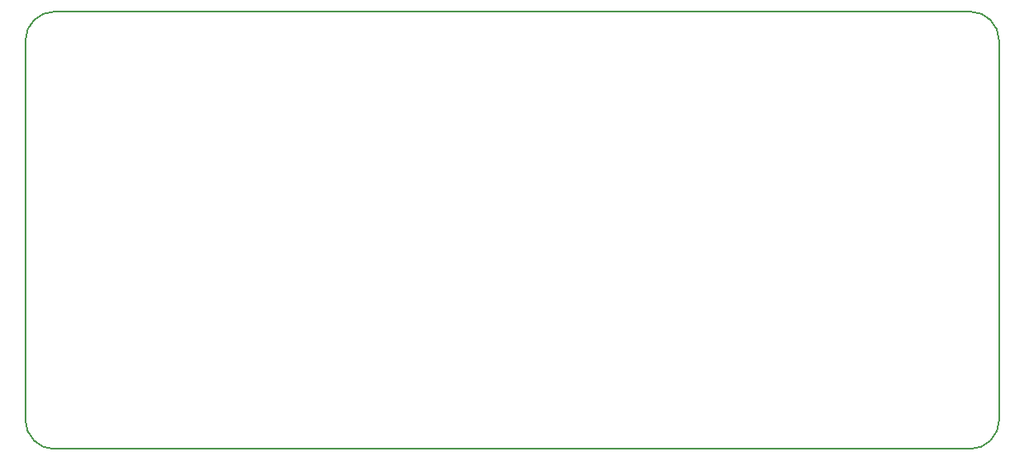
<source format=gbr>
G04 #@! TF.GenerationSoftware,KiCad,Pcbnew,(5.0.0-rc2-dev-482-gf81c77cd4)*
G04 #@! TF.CreationDate,2018-05-10T20:02:33+02:00*
G04 #@! TF.ProjectId,score_board,73636F72655F626F6172642E6B696361,1*
G04 #@! TF.SameCoordinates,Original*
G04 #@! TF.FileFunction,Profile,NP*
%FSLAX46Y46*%
G04 Gerber Fmt 4.6, Leading zero omitted, Abs format (unit mm)*
G04 Created by KiCad (PCBNEW (5.0.0-rc2-dev-482-gf81c77cd4)) date Thu May 10 20:02:33 2018*
%MOMM*%
%LPD*%
G01*
G04 APERTURE LIST*
%ADD10C,0.200000*%
G04 APERTURE END LIST*
D10*
X60000000Y-144500000D02*
X60000000Y-105500000D01*
X157000000Y-147500000D02*
X63000000Y-147500000D01*
X160000000Y-105500000D02*
X160000000Y-144500000D01*
X63000000Y-102500000D02*
X157000000Y-102500000D01*
X157000000Y-102500000D02*
G75*
G02X160000000Y-105500000I0J-3000000D01*
G01*
X160000000Y-144500000D02*
G75*
G02X157000000Y-147500000I-3000000J0D01*
G01*
X63000000Y-147500000D02*
G75*
G02X60000000Y-144500000I0J3000000D01*
G01*
X60000000Y-105500000D02*
G75*
G02X63000000Y-102500000I3000000J0D01*
G01*
M02*

</source>
